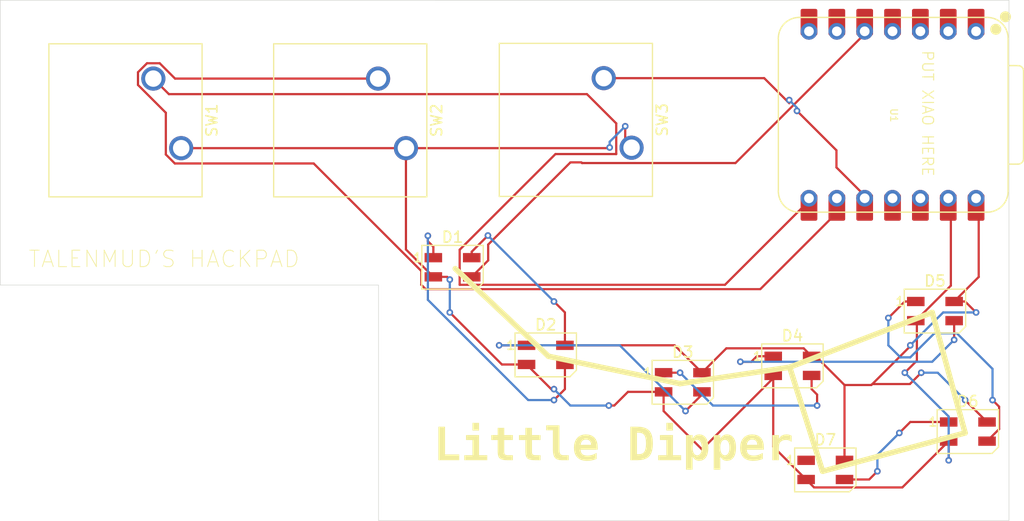
<source format=kicad_pcb>
(kicad_pcb (version 20240108) (generator "pcbnew") (generator_version "8.0")
  (layers (0 "F.Cu" signal) (31 "B.Cu" signal) (34 "B.Paste" user) (35 "F.Paste" user) (36 "B.SilkS" user "B.Silkscreen") (37 "F.SilkS" user "F.Silkscreen") (38 "B.Mask" user) (39 "F.Mask" user) (44 "Edge.Cuts" user))
  (net 0 "")
  (net 1 "GND")
  (net 2 "+5V")
  (net 3 "Net-(D1-DOUT)")
  (net 4 "Net-(D1-DIN)")
  (net 5 "Net-(U1-GPIO1{slash}RX)")
  (net 6 "Net-(U1-GPIO2{slash}SCK)")
  (net 7 "Net-(U1-GPIO4{slash}MISO)")
  (net 16 "Net-(D2-DOUT)")
  (net 17 "Net-(D3-DOUT)")
  (net 18 "Net-(D4-DOUT)")
  (net 19 "Net-(D5-DOUT)")
  (net 20 "Net-(D6-DOUT)")
  (footprint "OPL:XIAO-RP2040-DIP" (layer "F.Cu") (at 239.88 65.955 -90)
    (property "Reference" "U1" (at 0.045 -0.12 -90) (layer "F.SilkS") (effects (font (size 0.635 0.635) (thickness 0.1016))))
    (property "Value" "XIAO-RP2040-DIP")
    (fp_line (start -6.985 10.414) (end 6.985 10.414) (stroke (width 0.127)) (layer "F.SilkS"))
    (fp_line (start -8.89 8.509) (end -8.89 -8.636) (stroke (width 0.127)) (layer "F.SilkS"))
    (fp_line (start 8.89 8.509) (end 8.89 -8.636) (stroke (width 0.127)) (layer "F.SilkS"))
    (fp_line (start -4.495 -10.541) (end -4.491272 -11.451272) (stroke (width 0.127)) (layer "F.SilkS"))
    (fp_line (start 6.985 -10.541) (end -6.985 -10.541) (stroke (width 0.1)) (layer "F.SilkS"))
    (fp_line (start 6.985 -10.541) (end -6.985 -10.541) (stroke (width 0.127)) (layer "F.SilkS"))
    (fp_line (start 4.504 -11.451) (end 4.504 -10.541) (stroke (width 0.127)) (layer "F.SilkS"))
    (fp_line (start -3.991272 -11.951) (end 4.004 -11.951) (stroke (width 0.127)) (layer "F.SilkS"))
    (fp_arc (start -6.985 10.414) (mid -8.332038 9.856038) (end -8.89 8.509) (stroke (width 0.127)) (layer "F.SilkS"))
    (fp_arc (start 8.89 8.509) (mid 8.332038 9.856038) (end 6.985 10.414) (stroke (width 0.127)) (layer "F.SilkS"))
    (fp_arc (start -8.89 -8.636) (mid -8.332038 -9.983038) (end -6.985 -10.541) (stroke (width 0.127)) (layer "F.SilkS"))
    (fp_arc (start 6.985 -10.541) (mid 8.332038 -9.983038) (end 8.89 -8.636) (stroke (width 0.127)) (layer "F.SilkS"))
    (fp_arc (start -4.491272 -11.451272) (mid -4.344724 -11.804644) (end -3.991272 -11.951) (stroke (width 0.127)) (layer "F.SilkS"))
    (fp_arc (start 4.004 -11.951) (mid 4.357553 -11.804553) (end 4.504 -11.451) (stroke (width 0.127)) (layer "F.SilkS"))
    (fp_circle (center -7.807 -9.42) (end -7.807 -9.674) (stroke (width 0.5)) (fill solid) (layer "F.SilkS"))
    (fp_circle (center -8.95 -10.3) (end -8.95 -10.554) (stroke (width 0.5)) (fill solid) (layer "F.SilkS"))
    (pad "1" smd roundrect (at -8.455 -7.62 90) (size 2.432 1.524) (layers "F.Cu" "F.Mask") (roundrect_rratio 0.1))
    (pad "1" thru_hole circle (at -7.62 -7.62 90) (size 1.524 1.524) (drill 0.889) (layers "*.Cu" "*.Mask"))
    (pad "2" smd roundrect (at -8.455 -5.08 90) (size 2.432 1.524) (layers "F.Cu" "F.Mask") (roundrect_rratio 0.1))
    (pad "2" thru_hole circle (at -7.62 -5.08 90) (size 1.524 1.524) (drill 0.889) (layers "*.Cu" "*.Mask"))
    (pad "3" smd roundrect (at -8.455 -2.54 90) (size 2.432 1.524) (layers "F.Cu" "F.Mask") (roundrect_rratio 0.1))
    (pad "3" thru_hole circle (at -7.62 -2.54 90) (size 1.524 1.524) (drill 0.889) (layers "*.Cu" "*.Mask"))
    (pad "4" smd roundrect (at -8.455 0 90) (size 2.432 1.524) (layers "F.Cu" "F.Mask") (roundrect_rratio 0.1))
    (pad "4" thru_hole circle (at -7.62 0 90) (size 1.524 1.524) (drill 0.889) (layers "*.Cu" "*.Mask"))
    (pad "5" smd roundrect (at -8.455 2.54 90) (size 2.432 1.524) (layers "F.Cu" "F.Mask") (roundrect_rratio 0.1) (net 4 "Net-(D1-DIN)"))
    (pad "5" thru_hole circle (at -7.62 2.54 90) (size 1.524 1.524) (drill 0.889) (layers "*.Cu" "*.Mask") (net 4 "Net-(D1-DIN)"))
    (pad "6" smd roundrect (at -8.455 5.08 90) (size 2.432 1.524) (layers "F.Cu" "F.Mask") (roundrect_rratio 0.1))
    (pad "6" thru_hole circle (at -7.62 5.08 90) (size 1.524 1.524) (drill 0.889) (layers "*.Cu" "*.Mask"))
    (pad "7" smd roundrect (at -8.455 7.62 90) (size 2.432 1.524) (layers "F.Cu" "F.Mask") (roundrect_rratio 0.1))
    (pad "7" thru_hole circle (at -7.62 7.62 90) (size 1.524 1.524) (drill 0.889) (layers "*.Cu" "*.Mask"))
    (pad "8" thru_hole circle (at 7.62 7.62 270) (size 1.524 1.524) (drill 0.889) (layers "*.Cu" "*.Mask") (net 5 "Net-(U1-GPIO1{slash}RX)"))
    (pad "8" smd roundrect (at 8.455 7.62 270) (size 2.432 1.524) (layers "F.Cu" "F.Mask") (roundrect_rratio 0.1) (net 5 "Net-(U1-GPIO1{slash}RX)"))
    (pad "9" thru_hole circle (at 7.62 5.08 270) (size 1.524 1.524) (drill 0.889) (layers "*.Cu" "*.Mask") (net 6 "Net-(U1-GPIO2{slash}SCK)"))
    (pad "9" smd roundrect (at 8.455 5.08 270) (size 2.432 1.524) (layers "F.Cu" "F.Mask") (roundrect_rratio 0.1) (net 6 "Net-(U1-GPIO2{slash}SCK)"))
    (pad "10" thru_hole circle (at 7.62 2.54 270) (size 1.524 1.524) (drill 0.889) (layers "*.Cu" "*.Mask") (net 7 "Net-(U1-GPIO4{slash}MISO)"))
    (pad "10" smd roundrect (at 8.455 2.54 270) (size 2.432 1.524) (layers "F.Cu" "F.Mask") (roundrect_rratio 0.1) (net 7 "Net-(U1-GPIO4{slash}MISO)"))
    (pad "11" thru_hole circle (at 7.62 0 270) (size 1.524 1.524) (drill 0.889) (layers "*.Cu" "*.Mask"))
    (pad "11" smd roundrect (at 8.455 0 270) (size 2.432 1.524) (layers "F.Cu" "F.Mask") (roundrect_rratio 0.1))
    (pad "12" thru_hole circle (at 7.62 -2.54 270) (size 1.524 1.524) (drill 0.889) (layers "*.Cu" "*.Mask"))
    (pad "12" smd roundrect (at 8.455 -2.54 270) (size 2.432 1.524) (layers "F.Cu" "F.Mask") (roundrect_rratio 0.1))
    (pad "13" thru_hole circle (at 7.62 -5.08 270) (size 1.524 1.524) (drill 0.889) (layers "*.Cu" "*.Mask") (net 1 "GND"))
    (pad "13" smd roundrect (at 8.455 -5.08 270) (size 2.432 1.524) (layers "F.Cu" "F.Mask") (roundrect_rratio 0.1) (net 1 "GND"))
    (pad "14" thru_hole circle (at 7.62 -7.62 270) (size 1.524 1.524) (drill 0.889) (layers "*.Cu" "*.Mask") (net 2 "+5V"))
    (pad "14" smd roundrect (at 8.455 -7.62 270) (size 2.432 1.524) (layers "F.Cu" "F.Mask") (roundrect_rratio 0.1) (net 2 "+5V"))
  )
  (footprint "LED_SMD:LED_SK6812MINI_PLCC4_3.5x3.5mm_P1.75mm" (layer "F.Cu") (at 246.75 94.875)
    (property "Reference" "D6" (at 0 -2.75 0) (layer "F.SilkS"))
    (property "Value" "SK6812MINI")
    (fp_line (start -2.8 -2) (end -2.8 2) (stroke (width 0.12)) (layer "F.SilkS"))
    (fp_line (start -2.8 -2) (end 2.8 -2) (stroke (width 0.12)) (layer "F.SilkS"))
    (fp_line (start -2.8 2) (end 2.2 2) (stroke (width 0.12)) (layer "F.SilkS"))
    (fp_line (start 2.8 1.4) (end 2.2 2) (stroke (width 0.12)) (layer "F.SilkS"))
    (fp_line (start 2.8 1.4) (end 2.8 -2) (stroke (width 0.12)) (layer "F.SilkS"))
    (fp_text user "1" (at -3.2 -0.875 0) (layer "F.SilkS") (effects (font (size 0.8 0.8))))
    (pad "1" smd rect (at -1.75 -0.875) (size 1.6 0.85) (layers "F.Cu" "F.Paste" "F.Mask") (net 20 "Net-(D6-DOUT)"))
    (pad "2" smd rect (at -1.75 0.875) (size 1.6 0.85) (layers "F.Cu" "F.Paste" "F.Mask") (net 1 "GND"))
    (pad "3" smd rect (at 1.75 0.875) (size 1.6 0.85) (layers "F.Cu" "F.Paste" "F.Mask") (net 19 "Net-(D5-DOUT)"))
    (pad "4" smd rect (at 1.75 -0.875) (size 1.6 0.85) (layers "F.Cu" "F.Paste" "F.Mask") (net 2 "+5V"))
  )
  (footprint "LED_SMD:LED_SK6812MINI_PLCC4_3.5x3.5mm_P1.75mm" (layer "F.Cu") (at 199.75 79.875)
    (property "Reference" "D1" (at 0 -2.75 0) (layer "F.SilkS"))
    (property "Value" "SK6812MINI")
    (fp_line (start -2.8 -2) (end -2.8 2) (stroke (width 0.12)) (layer "F.SilkS"))
    (fp_line (start -2.8 -2) (end 2.8 -2) (stroke (width 0.12)) (layer "F.SilkS"))
    (fp_line (start -2.8 2) (end 2.2 2) (stroke (width 0.12)) (layer "F.SilkS"))
    (fp_line (start 2.8 1.4) (end 2.2 2) (stroke (width 0.12)) (layer "F.SilkS"))
    (fp_line (start 2.8 1.4) (end 2.8 -2) (stroke (width 0.12)) (layer "F.SilkS"))
    (fp_text user "1" (at -3.2 -0.875 0) (layer "F.SilkS") (effects (font (size 0.8 0.8))))
    (pad "1" smd rect (at -1.75 -0.875) (size 1.6 0.85) (layers "F.Cu" "F.Paste" "F.Mask") (net 3 "Net-(D1-DOUT)"))
    (pad "2" smd rect (at -1.75 0.875) (size 1.6 0.85) (layers "F.Cu" "F.Paste" "F.Mask") (net 1 "GND"))
    (pad "3" smd rect (at 1.75 0.875) (size 1.6 0.85) (layers "F.Cu" "F.Paste" "F.Mask") (net 4 "Net-(D1-DIN)"))
    (pad "4" smd rect (at 1.75 -0.875) (size 1.6 0.85) (layers "F.Cu" "F.Paste" "F.Mask") (net 2 "+5V"))
  )
  (footprint "Button_Switch_Keyboard:SW_Cherry_MX_1.00u_PCB" (layer "F.Cu") (at 175 69 -90)
    (property "Reference" "SW1" (at -2.54 -2.794 90) (layer "F.SilkS"))
    (property "Value" "SW_Push")
    (fp_line (start -9.525 12.065) (end -9.525 -1.905) (stroke (width 0.12)) (layer "F.SilkS"))
    (fp_line (start 4.445 12.065) (end -9.525 12.065) (stroke (width 0.12)) (layer "F.SilkS"))
    (fp_line (start -9.525 -1.905) (end 4.445 -1.905) (stroke (width 0.12)) (layer "F.SilkS"))
    (fp_line (start 4.445 -1.905) (end 4.445 12.065) (stroke (width 0.12)) (layer "F.SilkS"))
    (pad "" np_thru_hole circle (at -7.62 5.08 270) (size 1.7 1.7) (drill 1.7) (layers "*.Cu" "*.Mask"))
    (pad "" np_thru_hole circle (at -2.54 5.08 270) (size 4 4) (drill 4) (layers "*.Cu" "*.Mask"))
    (pad "" np_thru_hole circle (at 2.54 5.08 270) (size 1.7 1.7) (drill 1.7) (layers "*.Cu" "*.Mask"))
    (pad "1" thru_hole circle (at 0 0 270) (size 2.2 2.2) (drill 1.5) (layers "*.Cu" "*.Mask") (net 1 "GND"))
    (pad "2" thru_hole circle (at -6.35 2.54 270) (size 2.2 2.2) (drill 1.5) (layers "*.Cu" "*.Mask") (net 5 "Net-(U1-GPIO1{slash}RX)"))
  )
  (footprint "LED_SMD:LED_SK6812MINI_PLCC4_3.5x3.5mm_P1.75mm" (layer "F.Cu") (at 233.75 98.375)
    (property "Reference" "D7" (at 0 -2.75 0) (layer "F.SilkS"))
    (property "Value" "SK6812MINI")
    (fp_line (start -2.8 -2) (end -2.8 2) (stroke (width 0.12)) (layer "F.SilkS"))
    (fp_line (start -2.8 -2) (end 2.8 -2) (stroke (width 0.12)) (layer "F.SilkS"))
    (fp_line (start -2.8 2) (end 2.2 2) (stroke (width 0.12)) (layer "F.SilkS"))
    (fp_line (start 2.8 1.4) (end 2.2 2) (stroke (width 0.12)) (layer "F.SilkS"))
    (fp_line (start 2.8 1.4) (end 2.8 -2) (stroke (width 0.12)) (layer "F.SilkS"))
    (fp_text user "1" (at -3.2 -0.875 0) (layer "F.SilkS") (effects (font (size 0.8 0.8))))
    (pad "1" smd rect (at -1.75 -0.875) (size 1.6 0.85) (layers "F.Cu" "F.Paste" "F.Mask"))
    (pad "2" smd rect (at -1.75 0.875) (size 1.6 0.85) (layers "F.Cu" "F.Paste" "F.Mask") (net 1 "GND"))
    (pad "3" smd rect (at 1.75 0.875) (size 1.6 0.85) (layers "F.Cu" "F.Paste" "F.Mask") (net 20 "Net-(D6-DOUT)"))
    (pad "4" smd rect (at 1.75 -0.875) (size 1.6 0.85) (layers "F.Cu" "F.Paste" "F.Mask") (net 2 "+5V"))
  )
  (footprint "LED_SMD:LED_SK6812MINI_PLCC4_3.5x3.5mm_P1.75mm" (layer "F.Cu") (at 230.75 88.875)
    (property "Reference" "D4" (at 0 -2.75 0) (layer "F.SilkS"))
    (property "Value" "SK6812MINI")
    (fp_line (start -2.8 -2) (end -2.8 2) (stroke (width 0.12)) (layer "F.SilkS"))
    (fp_line (start -2.8 -2) (end 2.8 -2) (stroke (width 0.12)) (layer "F.SilkS"))
    (fp_line (start -2.8 2) (end 2.2 2) (stroke (width 0.12)) (layer "F.SilkS"))
    (fp_line (start 2.8 1.4) (end 2.2 2) (stroke (width 0.12)) (layer "F.SilkS"))
    (fp_line (start 2.8 1.4) (end 2.8 -2) (stroke (width 0.12)) (layer "F.SilkS"))
    (fp_text user "1" (at -3.2 -0.875 0) (layer "F.SilkS") (effects (font (size 0.8 0.8))))
    (pad "1" smd rect (at -1.75 -0.875) (size 1.6 0.85) (layers "F.Cu" "F.Paste" "F.Mask") (net 18 "Net-(D4-DOUT)"))
    (pad "2" smd rect (at -1.75 0.875) (size 1.6 0.85) (layers "F.Cu" "F.Paste" "F.Mask") (net 1 "GND"))
    (pad "3" smd rect (at 1.75 0.875) (size 1.6 0.85) (layers "F.Cu" "F.Paste" "F.Mask") (net 17 "Net-(D3-DOUT)"))
    (pad "4" smd rect (at 1.75 -0.875) (size 1.6 0.85) (layers "F.Cu" "F.Paste" "F.Mask") (net 2 "+5V"))
  )
  (footprint "LED_SMD:LED_SK6812MINI_PLCC4_3.5x3.5mm_P1.75mm" (layer "F.Cu") (at 220.75 90.375)
    (property "Reference" "D3" (at 0 -2.75 0) (layer "F.SilkS"))
    (property "Value" "SK6812MINI")
    (fp_line (start -2.8 -2) (end -2.8 2) (stroke (width 0.12)) (layer "F.SilkS"))
    (fp_line (start -2.8 -2) (end 2.8 -2) (stroke (width 0.12)) (layer "F.SilkS"))
    (fp_line (start -2.8 2) (end 2.2 2) (stroke (width 0.12)) (layer "F.SilkS"))
    (fp_line (start 2.8 1.4) (end 2.2 2) (stroke (width 0.12)) (layer "F.SilkS"))
    (fp_line (start 2.8 1.4) (end 2.8 -2) (stroke (width 0.12)) (layer "F.SilkS"))
    (fp_text user "1" (at -3.2 -0.875 0) (layer "F.SilkS") (effects (font (size 0.8 0.8))))
    (pad "1" smd rect (at -1.75 -0.875) (size 1.6 0.85) (layers "F.Cu" "F.Paste" "F.Mask") (net 17 "Net-(D3-DOUT)"))
    (pad "2" smd rect (at -1.75 0.875) (size 1.6 0.85) (layers "F.Cu" "F.Paste" "F.Mask") (net 1 "GND"))
    (pad "3" smd rect (at 1.75 0.875) (size 1.6 0.85) (layers "F.Cu" "F.Paste" "F.Mask") (net 16 "Net-(D2-DOUT)"))
    (pad "4" smd rect (at 1.75 -0.875) (size 1.6 0.85) (layers "F.Cu" "F.Paste" "F.Mask") (net 2 "+5V"))
  )
  (footprint "Button_Switch_Keyboard:SW_Cherry_MX_1.00u_PCB" (layer "F.Cu") (at 195.5 69 -90)
    (property "Reference" "SW2" (at -2.54 -2.794 90) (layer "F.SilkS"))
    (property "Value" "SW_Push")
    (fp_line (start -9.525 12.065) (end -9.525 -1.905) (stroke (width 0.12)) (layer "F.SilkS"))
    (fp_line (start 4.445 12.065) (end -9.525 12.065) (stroke (width 0.12)) (layer "F.SilkS"))
    (fp_line (start -9.525 -1.905) (end 4.445 -1.905) (stroke (width 0.12)) (layer "F.SilkS"))
    (fp_line (start 4.445 -1.905) (end 4.445 12.065) (stroke (width 0.12)) (layer "F.SilkS"))
    (pad "" np_thru_hole circle (at -7.62 5.08 270) (size 1.7 1.7) (drill 1.7) (layers "*.Cu" "*.Mask"))
    (pad "" np_thru_hole circle (at -2.54 5.08 270) (size 4 4) (drill 4) (layers "*.Cu" "*.Mask"))
    (pad "" np_thru_hole circle (at 2.54 5.08 270) (size 1.7 1.7) (drill 1.7) (layers "*.Cu" "*.Mask"))
    (pad "1" thru_hole circle (at 0 0 270) (size 2.2 2.2) (drill 1.5) (layers "*.Cu" "*.Mask") (net 1 "GND"))
    (pad "2" thru_hole circle (at -6.35 2.54 270) (size 2.2 2.2) (drill 1.5) (layers "*.Cu" "*.Mask") (net 6 "Net-(U1-GPIO2{slash}SCK)"))
  )
  (footprint "LED_SMD:LED_SK6812MINI_PLCC4_3.5x3.5mm_P1.75mm" (layer "F.Cu") (at 208.25 87.875)
    (property "Reference" "D2" (at 0 -2.75 0) (layer "F.SilkS"))
    (property "Value" "SK6812MINI")
    (fp_line (start -2.8 -2) (end -2.8 2) (stroke (width 0.12)) (layer "F.SilkS"))
    (fp_line (start -2.8 -2) (end 2.8 -2) (stroke (width 0.12)) (layer "F.SilkS"))
    (fp_line (start -2.8 2) (end 2.2 2) (stroke (width 0.12)) (layer "F.SilkS"))
    (fp_line (start 2.8 1.4) (end 2.2 2) (stroke (width 0.12)) (layer "F.SilkS"))
    (fp_line (start 2.8 1.4) (end 2.8 -2) (stroke (width 0.12)) (layer "F.SilkS"))
    (fp_text user "1" (at -3.2 -0.875 0) (layer "F.SilkS") (effects (font (size 0.8 0.8))))
    (pad "1" smd rect (at -1.75 -0.875) (size 1.6 0.85) (layers "F.Cu" "F.Paste" "F.Mask") (net 16 "Net-(D2-DOUT)"))
    (pad "2" smd rect (at -1.75 0.875) (size 1.6 0.85) (layers "F.Cu" "F.Paste" "F.Mask") (net 1 "GND"))
    (pad "3" smd rect (at 1.75 0.875) (size 1.6 0.85) (layers "F.Cu" "F.Paste" "F.Mask") (net 3 "Net-(D1-DOUT)"))
    (pad "4" smd rect (at 1.75 -0.875) (size 1.6 0.85) (layers "F.Cu" "F.Paste" "F.Mask") (net 2 "+5V"))
  )
  (footprint "LED_SMD:LED_SK6812MINI_PLCC4_3.5x3.5mm_P1.75mm" (layer "F.Cu") (at 243.75 83.875)
    (property "Reference" "D5" (at 0 -2.75 0) (layer "F.SilkS"))
    (property "Value" "SK6812MINI")
    (fp_line (start -2.8 -2) (end -2.8 2) (stroke (width 0.12)) (layer "F.SilkS"))
    (fp_line (start -2.8 -2) (end 2.8 -2) (stroke (width 0.12)) (layer "F.SilkS"))
    (fp_line (start -2.8 2) (end 2.2 2) (stroke (width 0.12)) (layer "F.SilkS"))
    (fp_line (start 2.8 1.4) (end 2.2 2) (stroke (width 0.12)) (layer "F.SilkS"))
    (fp_line (start 2.8 1.4) (end 2.8 -2) (stroke (width 0.12)) (layer "F.SilkS"))
    (fp_text user "1" (at -3.2 -0.875 0) (layer "F.SilkS") (effects (font (size 0.8 0.8))))
    (pad "1" smd rect (at -1.75 -0.875) (size 1.6 0.85) (layers "F.Cu" "F.Paste" "F.Mask") (net 19 "Net-(D5-DOUT)"))
    (pad "2" smd rect (at -1.75 0.875) (size 1.6 0.85) (layers "F.Cu" "F.Paste" "F.Mask") (net 1 "GND"))
    (pad "3" smd rect (at 1.75 0.875) (size 1.6 0.85) (layers "F.Cu" "F.Paste" "F.Mask") (net 18 "Net-(D4-DOUT)"))
    (pad "4" smd rect (at 1.75 -0.875) (size 1.6 0.85) (layers "F.Cu" "F.Paste" "F.Mask") (net 2 "+5V"))
  )
  (footprint "Button_Switch_Keyboard:SW_Cherry_MX_1.00u_PCB" (layer "F.Cu") (at 216.08 68.96 -90)
    (property "Reference" "SW3" (at -2.54 -2.794 90) (layer "F.SilkS"))
    (property "Value" "SW_Push")
    (fp_line (start -9.525 12.065) (end -9.525 -1.905) (stroke (width 0.12)) (layer "F.SilkS"))
    (fp_line (start 4.445 12.065) (end -9.525 12.065) (stroke (width 0.12)) (layer "F.SilkS"))
    (fp_line (start -9.525 -1.905) (end 4.445 -1.905) (stroke (width 0.12)) (layer "F.SilkS"))
    (fp_line (start 4.445 -1.905) (end 4.445 12.065) (stroke (width 0.12)) (layer "F.SilkS"))
    (pad "" np_thru_hole circle (at -7.62 5.08 270) (size 1.7 1.7) (drill 1.7) (layers "*.Cu" "*.Mask"))
    (pad "" np_thru_hole circle (at -2.54 5.08 270) (size 4 4) (drill 4) (layers "*.Cu" "*.Mask"))
    (pad "" np_thru_hole circle (at 2.54 5.08 270) (size 1.7 1.7) (drill 1.7) (layers "*.Cu" "*.Mask"))
    (pad "1" thru_hole circle (at 0 0 270) (size 2.2 2.2) (drill 1.5) (layers "*.Cu" "*.Mask") (net 1 "GND"))
    (pad "2" thru_hole circle (at -6.35 2.54 270) (size 2.2 2.2) (drill 1.5) (layers "*.Cu" "*.Mask") (net 7 "Net-(U1-GPIO4{slash}MISO)"))
  )
  (gr_line (start 246.5 95) (end 233.49997 98.499889) (stroke (width 0.5)) (layer "F.SilkS"))
  (gr_line (start 230.5 89) (end 243.499957 83.999889) (stroke (width 0.5)) (layer "F.SilkS"))
  (gr_line (start 220.5 90.5) (end 230.5 89) (stroke (width 0.5)) (layer "F.SilkS"))
  (gr_line (start 208.5 88) (end 220.5 90.5) (stroke (width 0.5)) (layer "F.SilkS"))
  (gr_line (start 200 80) (end 208.5 88) (stroke (width 0.5)) (layer "F.SilkS"))
  (gr_line (start 233.5 98.5) (end 230.499929 89.000023) (stroke (width 0.5)) (layer "F.SilkS"))
  (gr_line (start 243.5 84) (end 246.5 95) (stroke (width 0.5)) (layer "F.SilkS"))
  (gr_poly (pts (xy 158.49995 55.502702) (xy 250.5 55.5) (xy 250.5 103) (xy 193 103) (xy 193 81.5) (xy 158.5 81.5)) (stroke (width 0.05)) (fill none) (layer "Edge.Cuts"))
  (gr_text "PUT XIAO HERE" (at 242.5 60 -90) (layer "F.SilkS") (effects (font (size 1 1) (thickness 0.1)) (justify left bottom)))
  (gr_text "TALENMUD'S HACKPAD" (at 161 80 0) (layer "F.SilkS") (effects (font (size 1.5 1.5) (thickness 0.075)) (justify left bottom)))
  (gr_text "Little Dipper" (at 198 98 0) (layer "F.SilkS") (effects (font (size 3 3) (thickness 0.2) (bold yes) (italic yes)) (justify left bottom)))
  (segment (start 240.775 99.975) (end 232.725 99.975) (width 0.2) (layer "F.Cu") (net 1))
  (segment (start 195.5 69) (end 214.019899 69) (width 0.2) (layer "F.Cu") (net 1))
  (segment (start 204.25 88.75) (end 206.5 88.75) (width 0.2) (layer "F.Cu") (net 1))
  (segment (start 195.5 69) (end 195.5 78.25) (width 0.2) (layer "F.Cu") (net 1))
  (segment (start 241 89.5) (end 242.1 88.4) (width 0.2) (layer "F.Cu") (net 1))
  (segment (start 242.1 88.4) (end 242.1 84.85) (width 0.2) (layer "F.Cu") (net 1))
  (segment (start 219 93) (end 222.5 96.5) (width 0.2) (layer "F.Cu") (net 1))
  (segment (start 245 95.75) (end 245 97.5) (width 0.2) (layer "F.Cu") (net 1))
  (segment (start 199.25 80.75) (end 199.5 81) (width 0.2) (layer "F.Cu") (net 1))
  (segment (start 245.2 73.575) (end 245.2 81.55) (width 0.2) (layer "F.Cu") (net 1))
  (segment (start 214 92.5) (end 214.5 92.5) (width 0.2) (layer "F.Cu") (net 1))
  (segment (start 232.725 99.975) (end 232 99.25) (width 0.2) (layer "F.Cu") (net 1))
  (segment (start 195.5 78.25) (end 198 80.75) (width 0.2) (layer "F.Cu") (net 1))
  (segment (start 245.2 81.55) (end 242 84.75) (width 0.2) (layer "F.Cu") (net 1))
  (segment (start 215.75 91.25) (end 219 91.25) (width 0.2) (layer "F.Cu") (net 1))
  (segment (start 215.5 67) (end 215.5 68.38) (width 0.2) (layer "F.Cu") (net 1))
  (segment (start 215.5 68.38) (end 216.08 68.96) (width 0.2) (layer "F.Cu") (net 1))
  (segment (start 214.019899 69) (end 214.08 68.939899) (width 0.2) (layer "F.Cu") (net 1))
  (segment (start 232 99.25) (end 229 96.25) (width 0.2) (layer "F.Cu") (net 1))
  (segment (start 195.5 69) (end 195.560101 68.939899) (width 0.2) (layer "F.Cu") (net 1))
  (segment (start 222.5 96.5) (end 229 90) (width 0.2) (layer "F.Cu") (net 1))
  (segment (start 229 96.25) (end 229 89.75) (width 0.2) (layer "F.Cu") (net 1))
  (segment (start 206.5 88.75) (end 208.75 91) (width 0.2) (layer "F.Cu") (net 1))
  (segment (start 229 90) (end 229 89.75) (width 0.2) (layer "F.Cu") (net 1))
  (segment (start 242.1 84.85) (end 242 84.75) (width 0.2) (layer "F.Cu") (net 1))
  (segment (start 214.5 92.5) (end 215.75 91.25) (width 0.2) (layer "F.Cu") (net 1))
  (segment (start 175 69) (end 195.5 69) (width 0.2) (layer "F.Cu") (net 1))
  (segment (start 245 95.75) (end 240.775 99.975) (width 0.2) (layer "F.Cu") (net 1))
  (segment (start 219 91.25) (end 219 93) (width 0.2) (layer "F.Cu") (net 1))
  (segment (start 208.75 91) (end 209 91) (width 0.2) (layer "F.Cu") (net 1))
  (segment (start 199.5 84) (end 204.25 88.75) (width 0.2) (layer "F.Cu") (net 1))
  (segment (start 198 80.75) (end 199.25 80.75) (width 0.2) (layer "F.Cu") (net 1))
  (via (at 214 92.5) (size 0.6) (drill 0.3) (layers "F.Cu" "B.Cu") (net 1))
  (via (at 209 91) (size 0.6) (drill 0.3) (layers "F.Cu" "B.Cu") (net 1))
  (via (at 199.5 81) (size 0.6) (drill 0.3) (layers "F.Cu" "B.Cu") (net 1))
  (via (at 199.5 84) (size 0.6) (drill 0.3) (layers "F.Cu" "B.Cu") (net 1))
  (via (at 214.08 68.939899) (size 0.6) (drill 0.3) (layers "F.Cu" "B.Cu") (net 1))
  (via (at 241 89.5) (size 0.6) (drill 0.3) (layers "F.Cu" "B.Cu") (net 1))
  (via (at 245 97.5) (size 0.6) (drill 0.3) (layers "F.Cu" "B.Cu") (net 1))
  (via (at 215.5 67) (size 0.6) (drill 0.3) (layers "F.Cu" "B.Cu") (net 1))
  (segment (start 245 97.5) (end 245 93.5) (width 0.2) (layer "B.Cu") (net 1))
  (segment (start 209 91) (end 210.5 92.5) (width 0.2) (layer "B.Cu") (net 1))
  (segment (start 214.08 68.42) (end 215.5 67) (width 0.2) (layer "B.Cu") (net 1))
  (segment (start 214.08 68.939899) (end 214.08 68.42) (width 0.2) (layer "B.Cu") (net 1))
  (segment (start 245 93.5) (end 241 89.5) (width 0.2) (layer "B.Cu") (net 1))
  (segment (start 210.5 92.5) (end 214 92.5) (width 0.2) (layer "B.Cu") (net 1))
  (segment (start 199.5 81) (end 199.5 84) (width 0.2) (layer "B.Cu") (net 1))
  (segment (start 210 84) (end 210 87) (width 0.2) (layer "F.Cu") (net 2))
  (segment (start 224.725 87.275) (end 231.775 87.275) (width 0.2) (layer "F.Cu") (net 2))
  (segment (start 201.5 78.454414) (end 202.977207 76.977207) (width 0.2) (layer "F.Cu") (net 2))
  (segment (start 246.5 83) (end 245.5 83) (width 0.2) (layer "F.Cu") (net 2))
  (segment (start 247.5 84) (end 246.5 83) (width 0.2) (layer "F.Cu") (net 2))
  (segment (start 238.0375 90.5375) (end 241.5 87.075) (width 0.2) (layer "F.Cu") (net 2))
  (segment (start 235.5 90.625) (end 235.5 97.5) (width 0.2) (layer "F.Cu") (net 2))
  (segment (start 209 83) (end 210 84) (width 0.2) (layer "F.Cu") (net 2))
  (segment (start 222.5 89.5) (end 220 87) (width 0.2) (layer "F.Cu") (net 2))
  (segment (start 220 87) (end 210 87) (width 0.2) (layer "F.Cu") (net 2))
  (segment (start 247.74 80.76) (end 245.5 83) (width 0.2) (layer "F.Cu") (net 2))
  (segment (start 232.875 88) (end 235.5 90.625) (width 0.2) (layer "F.Cu") (net 2))
  (segment (start 222.5 89.5) (end 224.725 87.275) (width 0.2) (layer "F.Cu") (net 2))
  (segment (start 247.74 73.575) (end 247.74 80.76) (width 0.2) (layer "F.Cu") (net 2))
  (segment (start 241.5 87.075) (end 241.5 87) (width 0.2) (layer "F.Cu") (net 2))
  (segment (start 231.775 87.275) (end 232.5 88) (width 0.2) (layer "F.Cu") (net 2))
  (segment (start 232.5 88) (end 232.875 88) (width 0.2) (layer "F.Cu") (net 2))
  (segment (start 235.5 90.625) (end 237.95 90.625) (width 0.2) (layer "F.Cu") (net 2))
  (segment (start 242.5 89.5) (end 241.4625 90.5375) (width 0.2) (layer "F.Cu") (net 2))
  (segment (start 248.5 94) (end 246.5 92) (width 0.2) (layer "F.Cu") (net 2))
  (segment (start 201.5 79) (end 201.5 78.454414) (width 0.2) (layer "F.Cu") (net 2))
  (segment (start 241.4625 90.5375) (end 238.0375 90.5375) (width 0.2) (layer "F.Cu") (net 2))
  (segment (start 237.95 90.625) (end 238.0375 90.5375) (width 0.2) (layer "F.Cu") (net 2))
  (via (at 209 83) (size 0.6) (drill 0.3) (layers "F.Cu" "B.Cu") (net 2))
  (via (at 247.5 84) (size 0.6) (drill 0.3) (layers "F.Cu" "B.Cu") (net 2))
  (via (at 202.977207 76.977207) (size 0.6) (drill 0.3) (layers "F.Cu" "B.Cu") (net 2))
  (via (at 242.5 89.5) (size 0.6) (drill 0.3) (layers "F.Cu" "B.Cu") (net 2))
  (via (at 246.5 92) (size 0.6) (drill 0.3) (layers "F.Cu" "B.Cu") (net 2))
  (via (at 241.5 87) (size 0.6) (drill 0.3) (layers "F.Cu" "B.Cu") (net 2))
  (segment (start 241.5 87) (end 244.5 84) (width 0.2) (layer "B.Cu") (net 2))
  (segment (start 244.5 84) (end 247.5 84) (width 0.2) (layer "B.Cu") (net 2))
  (segment (start 246.5 92) (end 244 89.5) (width 0.2) (layer "B.Cu") (net 2))
  (segment (start 202.977207 76.977207) (end 209 83) (width 0.2) (layer "B.Cu") (net 2))
  (segment (start 244 89.5) (end 242.5 89.5) (width 0.2) (layer "B.Cu") (net 2))
  (segment (start 198 78) (end 198 79) (width 0.2) (layer "F.Cu") (net 3))
  (segment (start 210 88.75) (end 210 91) (width 0.2) (layer "F.Cu") (net 3))
  (segment (start 197.5 77) (end 197.5 77.5) (width 0.2) (layer "F.Cu") (net 3))
  (segment (start 197.5 77.5) (end 198 78) (width 0.2) (layer "F.Cu") (net 3))
  (segment (start 210 91) (end 209 92) (width 0.2) (layer "F.Cu") (net 3))
  (via (at 197.5 77) (size 0.6) (drill 0.3) (layers "F.Cu" "B.Cu") (net 3))
  (via (at 209 92) (size 0.6) (drill 0.3) (layers "F.Cu" "B.Cu") (net 3))
  (segment (start 209 92) (end 206.651471 92) (width 0.2) (layer "B.Cu") (net 3))
  (segment (start 197.5 82.848529) (end 197.5 77) (width 0.2) (layer "B.Cu") (net 3))
  (segment (start 206.651471 92) (end 197.5 82.848529) (width 0.2) (layer "B.Cu") (net 3))
  (segment (start 210.502944 70.3) (end 203 77.802944) (width 0.2) (layer "F.Cu") (net 4))
  (segment (start 203 79.25) (end 201.5 80.75) (width 0.2) (layer "F.Cu") (net 4))
  (segment (start 237.58 58.335) (end 225.555 70.36) (width 0.2) (layer "F.Cu") (net 4))
  (segment (start 203 77.802944) (end 203 79.25) (width 0.2) (layer "F.Cu") (net 4))
  (segment (start 211.557056 70.36) (end 211.497056 70.3) (width 0.2) (layer "F.Cu") (net 4))
  (segment (start 225.555 70.36) (end 211.557056 70.36) (width 0.2) (layer "F.Cu") (net 4))
  (segment (start 211.497056 70.3) (end 210.502944 70.3) (width 0.2) (layer "F.Cu") (net 4))
  (segment (start 224.6 81.475) (end 232.5 73.575) (width 0.2) (layer "F.Cu") (net 5))
  (segment (start 200.4 81.475) (end 224.6 81.475) (width 0.2) (layer "F.Cu") (net 5))
  (segment (start 214.68 69.539899) (end 209.135101 69.539899) (width 0.2) (layer "F.Cu") (net 5))
  (segment (start 172.46 62.65) (end 173.88 64.07) (width 0.2) (layer "F.Cu") (net 5))
  (segment (start 200.4 78.275) (end 200.4 81.475) (width 0.2) (layer "F.Cu") (net 5))
  (segment (start 209.135101 69.539899) (end 200.4 78.275) (width 0.2) (layer "F.Cu") (net 5))
  (segment (start 173.88 64.07) (end 212.010101 64.07) (width 0.2) (layer "F.Cu") (net 5))
  (segment (start 214.68 66.739899) (end 214.68 69.539899) (width 0.2) (layer "F.Cu") (net 5))
  (segment (start 212.010101 64.07) (end 214.68 66.739899) (width 0.2) (layer "F.Cu") (net 5))
  (segment (start 174.439899 62.65) (end 192.96 62.65) (width 0.2) (layer "F.Cu") (net 6))
  (segment (start 173.039899 61.25) (end 174.439899 62.65) (width 0.2) (layer "F.Cu") (net 6))
  (segment (start 171.06 63.229899) (end 171.06 62.070101) (width 0.2) (layer "F.Cu") (net 6))
  (segment (start 173.6 65.769899) (end 171.06 63.229899) (width 0.2) (layer "F.Cu") (net 6))
  (segment (start 174.420101 70.4) (end 173.6 69.579899) (width 0.2) (layer "F.Cu") (net 6))
  (segment (start 235.04 74.65263) (end 227.81763 81.875) (width 0.2) (layer "F.Cu") (net 6))
  (segment (start 227.81763 81.875) (end 197.3 81.875) (width 0.2) (layer "F.Cu") (net 6))
  (segment (start 171.880101 61.25) (end 173.039899 61.25) (width 0.2) (layer "F.Cu") (net 6))
  (segment (start 196.9 81.475) (end 196.9 80.215686) (width 0.2) (layer "F.Cu") (net 6))
  (segment (start 235.04 73.575) (end 235.04 74.65263) (width 0.2) (layer "F.Cu") (net 6))
  (segment (start 171.06 62.070101) (end 171.880101 61.25) (width 0.2) (layer "F.Cu") (net 6))
  (segment (start 173.6 69.579899) (end 173.6 65.769899) (width 0.2) (layer "F.Cu") (net 6))
  (segment (start 196.9 80.215686) (end 187.084314 70.4) (width 0.2) (layer "F.Cu") (net 6))
  (segment (start 197.3 81.875) (end 196.9 81.475) (width 0.2) (layer "F.Cu") (net 6))
  (segment (start 187.084314 70.4) (end 174.420101 70.4) (width 0.2) (layer "F.Cu") (net 6))
  (segment (start 237.58 73.575) (end 234.765 70.76) (width 0.2) (layer "F.Cu") (net 7))
  (segment (start 213.54 62.61) (end 228.175685 62.61) (width 0.2) (layer "F.Cu") (net 7))
  (segment (start 230.4575 64.891815) (end 230.4575 64.608971) (width 0.2) (layer "F.Cu") (net 7))
  (segment (start 228.175685 62.61) (end 230.4575 64.891815) (width 0.2) (layer "F.Cu") (net 7))
  (segment (start 234.765 69.199315) (end 231.164607 65.598922) (width 0.2) (layer "F.Cu") (net 7))
  (segment (start 234.765 70.76) (end 234.765 69.199315) (width 0.2) (layer "F.Cu") (net 7))
  (via (at 231.164607 65.598922) (size 0.6) (drill 0.3) (layers "F.Cu" "B.Cu") (net 7))
  (via (at 230.4575 64.608971) (size 0.6) (drill 0.3) (layers "F.Cu" "B.Cu") (net 7))
  (segment (start 231.164607 65.598922) (end 231.164607 65.316078) (width 0.2) (layer "B.Cu") (net 7))
  (segment (start 231.164607 65.316078) (end 230.4575 64.608971) (width 0.2) (layer "B.Cu") (net 7))
  (segment (start 222.5 91.5) (end 221 93) (width 0.2) (layer "F.Cu") (net 16))
  (segment (start 204 87) (end 206.5 87) (width 0.2) (layer "F.Cu") (net 16))
  (segment (start 222.5 91.25) (end 222.5 91.5) (width 0.2) (layer "F.Cu") (net 16))
  (via (at 221 93) (size 0.6) (drill 0.3) (layers "F.Cu" "B.Cu") (net 16))
  (via (at 204 87) (size 0.6) (drill 0.3) (layers "F.Cu" "B.Cu") (net 16))
  (segment (start 215 87) (end 204 87) (width 0.2) (layer "B.Cu") (net 16))
  (segment (start 221 93) (end 215 87) (width 0.2) (layer "B.Cu") (net 16))
  (segment (start 233 91.5) (end 232.5 91) (width 0.2) (layer "F.Cu") (net 17))
  (segment (start 219 89.5) (end 220.5 89.5) (width 0.2) (layer "F.Cu") (net 17))
  (segment (start 232.5 91) (end 232.5 89.75) (width 0.2) (layer "F.Cu") (net 17))
  (segment (start 233 92.5) (end 233 91.5) (width 0.2) (layer "F.Cu") (net 17))
  (via (at 220.5 89.5) (size 0.6) (drill 0.3) (layers "F.Cu" "B.Cu") (net 17))
  (via (at 233 92.5) (size 0.6) (drill 0.3) (layers "F.Cu" "B.Cu") (net 17))
  (segment (start 223.5 92.5) (end 233 92.5) (width 0.2) (layer "B.Cu") (net 17))
  (segment (start 220.5 89.5) (end 223.5 92.5) (width 0.2) (layer "B.Cu") (net 17))
  (segment (start 245.5 84.75) (end 245.5 86.5) (width 0.2) (layer "F.Cu") (net 18))
  (segment (start 227.5 88) (end 229 88) (width 0.2) (layer "F.Cu") (net 18))
  (segment (start 227 88.5) (end 227.5 88) (width 0.2) (layer "F.Cu") (net 18))
  (segment (start 226 88.5) (end 227 88.5) (width 0.2) (layer "F.Cu") (net 18))
  (via (at 245.5 86.5) (size 0.6) (drill 0.3) (layers "F.Cu" "B.Cu") (net 18))
  (via (at 226 88.5) (size 0.6) (drill 0.3) (layers "F.Cu" "B.Cu") (net 18))
  (segment (start 245.5 86.5) (end 243.5 88.5) (width 0.2) (layer "B.Cu") (net 18))
  (segment (start 243.5 88.5) (end 226 88.5) (width 0.2) (layer "B.Cu") (net 18))
  (segment (start 249.6 94.65) (end 248.5 95.75) (width 0.2) (layer "F.Cu") (net 19))
  (segment (start 242 83) (end 241 83) (width 0.2) (layer "F.Cu") (net 19))
  (segment (start 249 92) (end 249.6 92.6) (width 0.2) (layer "F.Cu") (net 19))
  (segment (start 249.6 92.6) (end 249.6 94.65) (width 0.2) (layer "F.Cu") (net 19))
  (segment (start 241 83) (end 239.5 84.5) (width 0.2) (layer "F.Cu") (net 19))
  (via (at 249 92) (size 0.6) (drill 0.3) (layers "F.Cu" "B.Cu") (net 19))
  (via (at 239.5 84.5) (size 0.6) (drill 0.3) (layers "F.Cu" "B.Cu") (net 19))
  (segment (start 239.5 87) (end 240.6 88.1) (width 0.2) (layer "B.Cu") (net 19))
  (segment (start 245.748529 85.9) (end 249 89.151471) (width 0.2) (layer "B.Cu") (net 19))
  (segment (start 240.6 88.1) (end 241.5 88.1) (width 0.2) (layer "B.Cu") (net 19))
  (segment (start 239.5 84.5) (end 239.5 87) (width 0.2) (layer "B.Cu") (net 19))
  (segment (start 243.7 85.9) (end 245.748529 85.9) (width 0.2) (layer "B.Cu") (net 19))
  (segment (start 241.5 88.1) (end 243.7 85.9) (width 0.2) (layer "B.Cu") (net 19))
  (segment (start 249 89.151471) (end 249 92) (width 0.2) (layer "B.Cu") (net 19))
  (segment (start 235.5 99.25) (end 237.75 99.25) (width 0.2) (layer "F.Cu") (net 20))
  (segment (start 241.5 94) (end 245 94) (width 0.2) (layer "F.Cu") (net 20))
  (segment (start 240.5 95) (end 241.5 94) (width 0.2) (layer "F.Cu") (net 20))
  (segment (start 237.75 99.25) (end 238.5 98.5) (width 0.2) (layer "F.Cu") (net 20))
  (via (at 240.5 95) (size 0.6) (drill 0.3) (layers "F.Cu" "B.Cu") (net 20))
  (via (at 238.5 98.5) (size 0.6) (drill 0.3) (layers "F.Cu" "B.Cu") (net 20))
  (segment (start 238.5 98.5) (end 238.5 97) (width 0.2) (layer "B.Cu") (net 20))
  (segment (start 238.5 97) (end 240.5 95) (width 0.2) (layer "B.Cu") (net 20))
)
</source>
